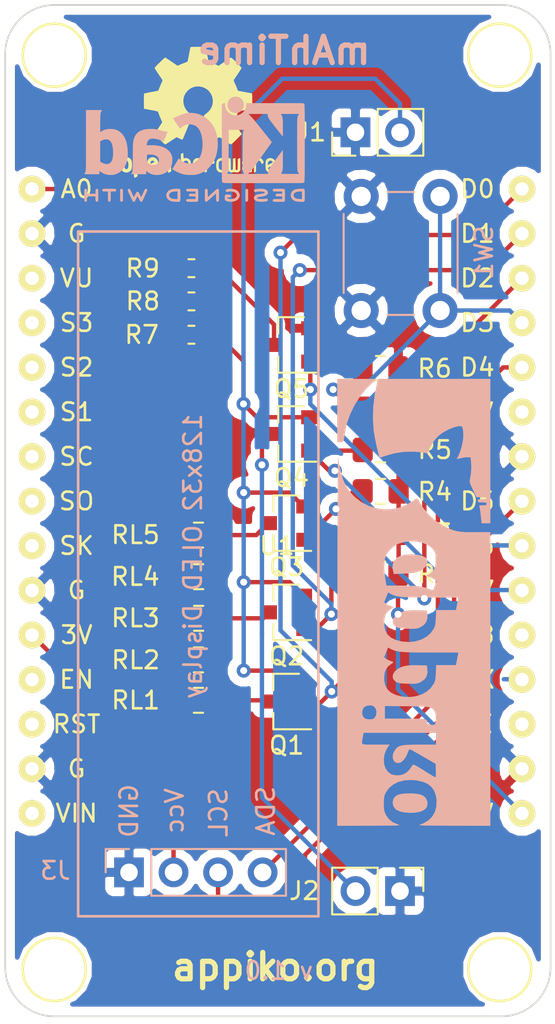
<source format=kicad_pcb>
(kicad_pcb (version 20171130) (host pcbnew "(5.0.2)-1")
  (title_block (title "Measurement of capacity of a battery") (date 2019-06-20) (company Appiko))
  (layers (0 F.Cu signal) (31 B.Cu signal) (34 B.Paste user) (35 F.Paste user) (36 B.SilkS user) (37 F.SilkS user) (38 B.Mask user) (39 F.Mask user) (44 Edge.Cuts user))
  (net 0 "")
  (net 1 /Ctrl1)
  (net 2 /Ctrl2)
  (net 3 /Ctrl3)
  (net 4 /Ctrl4)
  (net 5 GND)
  (net 6 /Vcc)
  (net 7 /Vbat)
  (net 8 "Net-(Q3-Pad3)")
  (net 9 "Net-(Q2-Pad3)")
  (net 10 "Net-(Q1-Pad3)")
  (net 11 /Vin)
  (net 12 /SW)
  (net 13 /En_VD)
  (net 14 "Net-(Q5-Pad3)")
  (net 15 /dut)
  (net 16 "Net-(RL1-Pad2)")
  (net 17 "Net-(R7-Pad2)")
  (net 18 /SCL)
  (net 19 /SDA)
  (net 20 "Net-(U1-Pad3)")
  (net 21 "Net-(U1-Pad4)")
  (net 22 "Net-(U1-Pad5)")
  (net 23 "Net-(U1-Pad6)")
  (net 24 "Net-(U1-Pad7)")
  (net 25 "Net-(U1-Pad8)")
  (net 26 "Net-(U1-Pad9)")
  (net 27 "Net-(U1-Pad12)")
  (net 28 "Net-(U1-Pad13)")
  (net 29 "Net-(U1-Pad15)")
  (net 30 "Net-(U1-Pad18)")
  (net 31 "Net-(U1-Pad19)")
  (net 32 "Net-(U1-Pad20)")
  (module lib_fp:LOGO_2 (layer B.Cu) (at 36.6 46.4 270)
    (fp_text reference G*** hide)
    (fp_text value "" hide)
  )
  (module lib_fp:128x32_OLED_Display (layer B.Cu) (at 20.36 61.8 270)
    (fp_text reference J3 (at -0.1 4.2 180) (layer B.SilkS) (effects (justify mirror)))
    (fp_text value Conn_01x04)
    (fp_text user "128x32 OLED Display" (at -18 -3.64 270) (layer B.SilkS) (effects (justify mirror)))
    (fp_text user GND (at -3.5 0 270) (layer B.SilkS) (effects (justify mirror)))
    (fp_text user Vcc (at -3.5 -2.6 270) (layer B.SilkS) (effects (justify mirror)))
    (fp_text user SCL (at -3.4 -5.1 270) (layer B.SilkS) (effects (justify mirror)))
    (fp_text user SDA (at -3.5 -7.8 270) (layer B.SilkS) (effects (justify mirror)))
    (pad 4 thru_hole oval (at 0 -7.62 270) (size 1.7 1.7) (drill 1) (layers *.Cu *.Mask) (net 19 /SDA))
    (pad 3 thru_hole oval (at 0 -5.08 270) (size 1.7 1.7) (drill 1) (layers *.Cu *.Mask) (net 18 /SCL))
    (pad 2 thru_hole oval (at 0 -2.54 270) (size 1.7 1.7) (drill 1) (layers *.Cu *.Mask) (net 6 /Vcc))
    (pad 1 thru_hole rect (at 0 0 270) (size 1.7 1.7) (drill 1) (layers *.Cu *.Mask) (net 5 GND))
  )
  (module lib_fp:NodeMCU-LoLinV3_without_border (layer F.Cu) (at 28.8 43.2)
    (fp_text reference U1 (at 0 0) (layer F.SilkS))
    (fp_text value "NodeMCU1.0(ESP-12E)")
    (fp_text user VIN (at -11.43 15.24) (layer F.SilkS))
    (fp_text user G (at -11.43 12.7) (layer F.SilkS))
    (fp_text user RST (at -11.43 10.16) (layer F.SilkS))
    (fp_text user EN (at -11.43 7.62) (layer F.SilkS))
    (fp_text user 3V (at -11.43 5.08) (layer F.SilkS))
    (fp_text user G (at -11.43 2.54) (layer F.SilkS))
    (fp_text user SK (at -11.43 0) (layer F.SilkS))
    (fp_text user SO (at -11.43 -2.54) (layer F.SilkS))
    (fp_text user SC (at -11.43 -5.08) (layer F.SilkS))
    (fp_text user S1 (at -11.43 -7.62) (layer F.SilkS))
    (fp_text user S2 (at -11.43 -10.16) (layer F.SilkS))
    (fp_text user S3 (at -11.43 -12.7) (layer F.SilkS))
    (fp_text user VU (at -11.43 -15.24) (layer F.SilkS))
    (fp_text user G (at -11.43 -17.78) (layer F.SilkS))
    (fp_text user A0 (at -11.43 -20.32) (layer F.SilkS))
    (fp_text user 3V (at 11.43 15.24) (layer F.SilkS))
    (fp_text user G (at 11.43 12.7) (layer F.SilkS))
    (fp_text user TX (at 11.43 10.16) (layer F.SilkS))
    (fp_text user RX (at 11.43 7.62) (layer F.SilkS))
    (fp_text user D8 (at 11.43 5.08) (layer F.SilkS))
    (fp_text user D7 (at 11.43 2.54) (layer F.SilkS))
    (fp_text user D6 (at 11.43 0) (layer F.SilkS))
    (fp_text user D5 (at 11.43 -2.54) (layer F.SilkS))
    (fp_text user G (at 11.43 -5.08) (layer F.SilkS))
    (fp_text user 3V (at 11.43 -7.62) (layer F.SilkS))
    (fp_text user D4 (at 11.43 -10.16) (layer F.SilkS))
    (fp_text user D3 (at 11.43 -12.7) (layer F.SilkS))
    (fp_text user D2 (at 11.43 -15.24) (layer F.SilkS))
    (fp_text user D1 (at 11.43 -17.78) (layer F.SilkS))
    (fp_text user D0 (at 11.43 -20.32) (layer F.SilkS))
    (pad 1 thru_hole circle (at -13.97 -20.32) (size 1.524 1.524) (drill 0.762) (layers *.Cu *.Mask F.SilkS) (net 11 /Vin))
    (pad 2 thru_hole circle (at -13.97 -17.78) (size 1.524 1.524) (drill 0.762) (layers *.Cu *.Mask F.SilkS) (net 5 GND))
    (pad 3 thru_hole circle (at -13.97 -15.24) (size 1.524 1.524) (drill 0.762) (layers *.Cu *.Mask F.SilkS) (net 20 "Net-(U1-Pad3)"))
    (pad 4 thru_hole circle (at -13.97 -12.7) (size 1.524 1.524) (drill 0.762) (layers *.Cu *.Mask F.SilkS) (net 21 "Net-(U1-Pad4)"))
    (pad 5 thru_hole circle (at -13.97 -10.16) (size 1.524 1.524) (drill 0.762) (layers *.Cu *.Mask F.SilkS) (net 22 "Net-(U1-Pad5)"))
    (pad 6 thru_hole circle (at -13.97 -7.62) (size 1.524 1.524) (drill 0.762) (layers *.Cu *.Mask F.SilkS) (net 23 "Net-(U1-Pad6)"))
    (pad 7 thru_hole circle (at -13.97 -5.08) (size 1.524 1.524) (drill 0.762) (layers *.Cu *.Mask F.SilkS) (net 24 "Net-(U1-Pad7)"))
    (pad 8 thru_hole circle (at -13.97 -2.54) (size 1.524 1.524) (drill 0.762) (layers *.Cu *.Mask F.SilkS) (net 25 "Net-(U1-Pad8)"))
    (pad 9 thru_hole circle (at -13.97 0) (size 1.524 1.524) (drill 0.762) (layers *.Cu *.Mask F.SilkS) (net 26 "Net-(U1-Pad9)"))
    (pad 10 thru_hole circle (at -13.97 2.54) (size 1.524 1.524) (drill 0.762) (layers *.Cu *.Mask F.SilkS) (net 5 GND))
    (pad 11 thru_hole circle (at -13.97 5.08) (size 1.524 1.524) (drill 0.762) (layers *.Cu *.Mask F.SilkS) (net 6 /Vcc))
    (pad 12 thru_hole circle (at -13.97 7.62) (size 1.524 1.524) (drill 0.762) (layers *.Cu *.Mask F.SilkS) (net 27 "Net-(U1-Pad12)"))
    (pad 13 thru_hole circle (at -13.97 10.16) (size 1.524 1.524) (drill 0.762) (layers *.Cu *.Mask F.SilkS) (net 28 "Net-(U1-Pad13)"))
    (pad 14 thru_hole circle (at -13.97 12.7) (size 1.524 1.524) (drill 0.762) (layers *.Cu *.Mask F.SilkS) (net 5 GND))
    (pad 15 thru_hole circle (at -13.97 15.24) (size 1.524 1.524) (drill 0.762) (layers *.Cu *.Mask F.SilkS) (net 29 "Net-(U1-Pad15)"))
    (pad 16 thru_hole circle (at 13.97 15.24) (size 1.524 1.524) (drill 0.762) (layers *.Cu *.Mask F.SilkS) (net 6 /Vcc))
    (pad 17 thru_hole circle (at 13.97 12.7) (size 1.524 1.524) (drill 0.762) (layers *.Cu *.Mask F.SilkS) (net 5 GND))
    (pad 18 thru_hole circle (at 13.97 10.16) (size 1.524 1.524) (drill 0.762) (layers *.Cu *.Mask F.SilkS) (net 30 "Net-(U1-Pad18)"))
    (pad 19 thru_hole circle (at 13.97 7.62) (size 1.524 1.524) (drill 0.762) (layers *.Cu *.Mask F.SilkS) (net 31 "Net-(U1-Pad19)"))
    (pad 20 thru_hole circle (at 13.97 5.08) (size 1.524 1.524) (drill 0.762) (layers *.Cu *.Mask F.SilkS) (net 32 "Net-(U1-Pad20)"))
    (pad 21 thru_hole circle (at 13.97 2.54) (size 1.524 1.524) (drill 0.762) (layers *.Cu *.Mask F.SilkS) (net 4 /Ctrl4))
    (pad 22 thru_hole circle (at 13.97 0) (size 1.524 1.524) (drill 0.762) (layers *.Cu *.Mask F.SilkS) (net 13 /En_VD))
    (pad 23 thru_hole circle (at 13.97 -2.54) (size 1.524 1.524) (drill 0.762) (layers *.Cu *.Mask F.SilkS) (net 18 /SCL))
    (pad 24 thru_hole circle (at 13.97 -5.08) (size 1.524 1.524) (drill 0.762) (layers *.Cu *.Mask F.SilkS) (net 5 GND))
    (pad 25 thru_hole circle (at 13.97 -7.62) (size 1.524 1.524) (drill 0.762) (layers *.Cu *.Mask F.SilkS) (net 6 /Vcc))
    (pad 26 thru_hole circle (at 13.97 -10.16) (size 1.524 1.524) (drill 0.762) (layers *.Cu *.Mask F.SilkS) (net 19 /SDA))
    (pad 27 thru_hole circle (at 13.97 -12.7) (size 1.524 1.524) (drill 0.762) (layers *.Cu *.Mask F.SilkS) (net 12 /SW))
    (pad 28 thru_hole circle (at 13.97 -15.24) (size 1.524 1.524) (drill 0.762) (layers *.Cu *.Mask F.SilkS) (net 3 /Ctrl3))
    (pad 29 thru_hole circle (at 13.97 -17.78) (size 1.524 1.524) (drill 0.762) (layers *.Cu *.Mask F.SilkS) (net 2 /Ctrl2))
    (pad 30 thru_hole circle (at 13.97 -20.32) (size 1.524 1.524) (drill 0.762) (layers *.Cu *.Mask F.SilkS) (net 1 /Ctrl1))
  )
  (module lib_fp:R_0805_2012Metric_Pad1.15x1.40mm_HandSolder (layer F.Cu) (at 34.7 35.4 180)
    (fp_text reference R2 (at -3.1 0.02 180) (layer F.SilkS))
    (fp_text value 1k)
    (pad 1 smd roundrect (at -1.025 0 180) (size 1.15 1.4) (layers F.Cu F.Paste F.Mask) (roundrect_rratio 0.217) (net 6 /Vcc))
    (pad 2 smd roundrect (at 1.025 0 180) (size 1.15 1.4) (layers F.Cu F.Paste F.Mask) (roundrect_rratio 0.217) (net 12 /SW))
  )
  (module lib_fp:MountingHole_3.2mm_M3_ISO7380 (layer F.Cu) (at 16.129 15.24)
    (fp_text reference H1 hide)
    (fp_text value MountingHole)
    (pad 1 np_thru_hole circle (at 0 0) (size 3.2 3.2) (drill 3.2) (layers *.Cu *.Mask))
  )
  (module lib_fp:MountingHole_3.2mm_M3_ISO7380 (layer F.Cu) (at 41.529 15.24)
    (fp_text reference H2 hide)
    (fp_text value MountingHole)
    (pad 1 np_thru_hole circle (at 0 0) (size 3.2 3.2) (drill 3.2) (layers *.Cu *.Mask))
  )
  (module lib_fp:MountingHole_3.2mm_M3_ISO7380 (layer F.Cu) (at 16.129 67.31)
    (fp_text reference H3 hide)
    (fp_text value MountingHole)
    (pad 1 np_thru_hole circle (at 0 0) (size 3.2 3.2) (drill 3.2) (layers *.Cu *.Mask))
  )
  (module lib_fp:MountingHole_3.2mm_M3_ISO7380 (layer F.Cu) (at 41.529 67.31)
    (fp_text reference H4 hide)
    (fp_text value MountingHole)
    (pad 1 np_thru_hole circle (at 0 0) (size 3.2 3.2) (drill 3.2) (layers *.Cu *.Mask))
  )
  (module Package_TO_SOT_SMD:SOT-23 (layer F.Cu) (at 29.63 31.76 180)
    (fp_text reference Q5 (at 0 -2.5 180) (layer F.SilkS))
    (fp_text value SI2302)
    (pad 3 smd rect (at 1 0 180) (size 0.9 0.8) (layers F.Cu F.Paste F.Mask) (net 14 "Net-(Q5-Pad3)"))
    (pad 2 smd rect (at -1 0.95 180) (size 0.9 0.8) (layers F.Cu F.Paste F.Mask) (net 5 GND))
    (pad 1 smd rect (at -1 -0.95 180) (size 0.9 0.8) (layers F.Cu F.Paste F.Mask) (net 13 /En_VD))
  )
  (module lib_fp:PinHeader_1x02_P2.54mm_Vertical (layer F.Cu) (at 33.274 19.65 90)
    (fp_text reference J1 (at 0 -2.54 -180) (layer F.SilkS))
    (fp_text value BATTERY)
    (pad 2 thru_hole oval (at 0 2.54 90) (size 1.7 1.7) (drill 1) (layers *.Cu *.Mask) (net 7 /Vbat))
    (pad 1 thru_hole rect (at 0 0 90) (size 1.7 1.7) (drill 1) (layers *.Cu *.Mask) (net 5 GND))
  )
  (module lib_fp:PinHeader_1x02_P2.54mm_Vertical (layer F.Cu) (at 35.814 62.865 270)
    (fp_text reference J2 (at -0.01 5.461) (layer F.SilkS))
    (fp_text value DUT)
    (pad 1 thru_hole rect (at 0 0 270) (size 1.7 1.7) (drill 1) (layers *.Cu *.Mask) (net 5 GND))
    (pad 2 thru_hole oval (at 0 2.54 270) (size 1.7 1.7) (drill 1) (layers *.Cu *.Mask) (net 15 /dut))
  )
  (module lib_fp:SOT-23 (layer F.Cu) (at 29.35 52.07 180)
    (fp_text reference Q1 (at 0 -2.5 180) (layer F.SilkS))
    (fp_text value IRLML6401TRPBF)
    (pad 1 smd rect (at -1 -0.95 180) (size 0.9 0.8) (layers F.Cu F.Paste F.Mask) (net 1 /Ctrl1))
    (pad 2 smd rect (at -1 0.95 180) (size 0.9 0.8) (layers F.Cu F.Paste F.Mask) (net 7 /Vbat))
    (pad 3 smd rect (at 1 0 180) (size 0.9 0.8) (layers F.Cu F.Paste F.Mask) (net 10 "Net-(Q1-Pad3)"))
  )
  (module lib_fp:SOT-23 (layer F.Cu) (at 29.35 46.99 180)
    (fp_text reference Q2 (at 0 -2.5 180) (layer F.SilkS))
    (fp_text value IRLML6401TRPBF)
    (pad 3 smd rect (at 1 0 180) (size 0.9 0.8) (layers F.Cu F.Paste F.Mask) (net 9 "Net-(Q2-Pad3)"))
    (pad 2 smd rect (at -1 0.95 180) (size 0.9 0.8) (layers F.Cu F.Paste F.Mask) (net 7 /Vbat))
    (pad 1 smd rect (at -1 -0.95 180) (size 0.9 0.8) (layers F.Cu F.Paste F.Mask) (net 2 /Ctrl2))
  )
  (module lib_fp:SOT-23 (layer F.Cu) (at 29.35 41.91 180)
    (fp_text reference Q3 (at 0 -2.5 180) (layer F.SilkS))
    (fp_text value IRLML6401TRPBF)
    (pad 1 smd rect (at -1 -0.95 180) (size 0.9 0.8) (layers F.Cu F.Paste F.Mask) (net 3 /Ctrl3))
    (pad 2 smd rect (at -1 0.95 180) (size 0.9 0.8) (layers F.Cu F.Paste F.Mask) (net 7 /Vbat))
    (pad 3 smd rect (at 1 0 180) (size 0.9 0.8) (layers F.Cu F.Paste F.Mask) (net 8 "Net-(Q3-Pad3)"))
  )
  (module lib_fp:SOT-23 (layer F.Cu) (at 29.63 36.83 180)
    (fp_text reference Q4 (at 0 -2.5 180) (layer F.SilkS))
    (fp_text value IRLML6401TRPBF)
    (pad 3 smd rect (at 1 0 180) (size 0.9 0.8) (layers F.Cu F.Paste F.Mask) (net 15 /dut))
    (pad 2 smd rect (at -1 0.95 180) (size 0.9 0.8) (layers F.Cu F.Paste F.Mask) (net 7 /Vbat))
    (pad 1 smd rect (at -1 -0.95 180) (size 0.9 0.8) (layers F.Cu F.Paste F.Mask) (net 4 /Ctrl4))
  )
  (module lib_fp:R_0805_2012Metric_Pad1.15x1.40mm_HandSolder (layer F.Cu) (at 34.7 44.8 180)
    (fp_text reference R1 (at -3.09 -0.02) (layer F.SilkS))
    (fp_text value 100k)
    (pad 2 smd roundrect (at 1.025 0 180) (size 1.15 1.4) (layers F.Cu F.Paste F.Mask) (roundrect_rratio 0.217) (net 1 /Ctrl1))
    (pad 1 smd roundrect (at -1.025 0 180) (size 1.15 1.4) (layers F.Cu F.Paste F.Mask) (roundrect_rratio 0.217) (net 6 /Vcc))
  )
  (module lib_fp:R_0805_2012Metric_Pad1.15x1.40mm_HandSolder (layer F.Cu) (at 34.71 42.46 180)
    (fp_text reference R3 (at -3.09 -0.02) (layer F.SilkS))
    (fp_text value 100k)
    (pad 1 smd roundrect (at -1.025 0 180) (size 1.15 1.4) (layers F.Cu F.Paste F.Mask) (roundrect_rratio 0.217) (net 6 /Vcc))
    (pad 2 smd roundrect (at 1.025 0 180) (size 1.15 1.4) (layers F.Cu F.Paste F.Mask) (roundrect_rratio 0.217) (net 2 /Ctrl2))
  )
  (module lib_fp:R_0805_2012Metric_Pad1.15x1.40mm_HandSolder (layer F.Cu) (at 34.71 40.1 180)
    (fp_text reference R4 (at -3.09 -0.02) (layer F.SilkS))
    (fp_text value 100k)
    (pad 2 smd roundrect (at 1.025 0 180) (size 1.15 1.4) (layers F.Cu F.Paste F.Mask) (roundrect_rratio 0.217) (net 3 /Ctrl3))
    (pad 1 smd roundrect (at -1.025 0 180) (size 1.15 1.4) (layers F.Cu F.Paste F.Mask) (roundrect_rratio 0.217) (net 6 /Vcc))
  )
  (module lib_fp:R_0805_2012Metric_Pad1.15x1.40mm_HandSolder (layer F.Cu) (at 34.71 37.74 180)
    (fp_text reference R5 (at -3.09 0) (layer F.SilkS))
    (fp_text value 100k)
    (pad 1 smd roundrect (at -1.025 0 180) (size 1.15 1.4) (layers F.Cu F.Paste F.Mask) (roundrect_rratio 0.217) (net 6 /Vcc))
    (pad 2 smd roundrect (at 1.025 0 180) (size 1.15 1.4) (layers F.Cu F.Paste F.Mask) (roundrect_rratio 0.217) (net 4 /Ctrl4))
  )
  (module lib_fp:R_0805_2012Metric_Pad1.15x1.40mm_HandSolder (layer F.Cu) (at 34.7 33.1 180)
    (fp_text reference R6 (at -3.09 0 180) (layer F.SilkS))
    (fp_text value 10k)
    (pad 1 smd roundrect (at -1.025 0 180) (size 1.15 1.4) (layers F.Cu F.Paste F.Mask) (roundrect_rratio 0.217) (net 5 GND))
    (pad 2 smd roundrect (at 1.025 0 180) (size 1.15 1.4) (layers F.Cu F.Paste F.Mask) (roundrect_rratio 0.217) (net 13 /En_VD))
  )
  (module lib_fp:R_0603_1608Metric_Pad1.05x0.95mm_HandSolder (layer F.Cu) (at 23.92 31.18 180)
    (fp_text reference R7 (at 2.83 0 180) (layer F.SilkS))
    (fp_text value 30k)
    (pad 1 smd roundrect (at -0.875 0 180) (size 1.05 0.95) (layers F.Cu F.Paste F.Mask) (net 7 /Vbat))
    (pad 2 smd roundrect (at 0.875 0 180) (size 1.05 0.95) (layers F.Cu F.Paste F.Mask) (net 17 "Net-(R7-Pad2)"))
  )
  (module lib_fp:R_0603_1608Metric_Pad1.05x0.95mm_HandSolder (layer F.Cu) (at 23.92 29.28 180)
    (fp_text reference R8 (at 2.77 0.01 180) (layer F.SilkS))
    (fp_text value 30k)
    (pad 1 smd roundrect (at -0.875 0 180) (size 1.05 0.95) (layers F.Cu F.Paste F.Mask) (net 17 "Net-(R7-Pad2)"))
    (pad 2 smd roundrect (at 0.875 0 180) (size 1.05 0.95) (layers F.Cu F.Paste F.Mask) (net 11 /Vin))
  )
  (module lib_fp:R_0603_1608Metric_Pad1.05x0.95mm_HandSolder (layer F.Cu) (at 23.92 27.39)
    (fp_text reference R9 (at -2.78 0.01) (layer F.SilkS))
    (fp_text value 30k)
    (pad 2 smd roundrect (at 0.875 0) (size 1.05 0.95) (layers F.Cu F.Paste F.Mask) (net 14 "Net-(Q5-Pad3)"))
    (pad 1 smd roundrect (at -0.875 0) (size 1.05 0.95) (layers F.Cu F.Paste F.Mask) (net 11 /Vin))
  )
  (module lib_fp:R_0805_2012Metric_Pad1.15x1.40mm_HandSolder (layer F.Cu) (at 24.32 52 180)
    (fp_text reference RL1 (at 3.58 0 180) (layer F.SilkS))
    (fp_text value 232)
    (pad 1 smd roundrect (at -1.025 0 180) (size 1.15 1.4) (layers F.Cu F.Paste F.Mask) (roundrect_rratio 0.217) (net 10 "Net-(Q1-Pad3)"))
    (pad 2 smd roundrect (at 1.025 0 180) (size 1.15 1.4) (layers F.Cu F.Paste F.Mask) (roundrect_rratio 0.217) (net 16 "Net-(RL1-Pad2)"))
  )
  (module lib_fp:R_0805_2012Metric_Pad1.15x1.40mm_HandSolder (layer F.Cu) (at 24.32 49.7 180)
    (fp_text reference RL2 (at 3.58 -0.01 180) (layer F.SilkS))
    (fp_text value 232)
    (pad 1 smd roundrect (at -1.025 0 180) (size 1.15 1.4) (layers F.Cu F.Paste F.Mask) (roundrect_rratio 0.217) (net 16 "Net-(RL1-Pad2)"))
    (pad 2 smd roundrect (at 1.025 0 180) (size 1.15 1.4) (layers F.Cu F.Paste F.Mask) (roundrect_rratio 0.217) (net 5 GND))
  )
  (module lib_fp:R_0805_2012Metric_Pad1.15x1.40mm_HandSolder (layer F.Cu) (at 24.33 47.33 180)
    (fp_text reference RL3 (at 3.6 0.01 180) (layer F.SilkS))
    (fp_text value 232)
    (pad 2 smd roundrect (at 1.025 0 180) (size 1.15 1.4) (layers F.Cu F.Paste F.Mask) (roundrect_rratio 0.217) (net 5 GND))
    (pad 1 smd roundrect (at -1.025 0 180) (size 1.15 1.4) (layers F.Cu F.Paste F.Mask) (roundrect_rratio 0.217) (net 9 "Net-(Q2-Pad3)"))
  )
  (module lib_fp:R_0805_2012Metric_Pad1.15x1.40mm_HandSolder (layer F.Cu) (at 24.33 44.96 180)
    (fp_text reference RL4 (at 3.61 0 180) (layer F.SilkS))
    (fp_text value 232)
    (pad 2 smd roundrect (at 1.025 0 180) (size 1.15 1.4) (layers F.Cu F.Paste F.Mask) (roundrect_rratio 0.217) (net 5 GND))
    (pad 1 smd roundrect (at -1.025 0 180) (size 1.15 1.4) (layers F.Cu F.Paste F.Mask) (roundrect_rratio 0.217) (net 8 "Net-(Q3-Pad3)"))
  )
  (module lib_fp:R_0805_2012Metric_Pad1.15x1.40mm_HandSolder (layer F.Cu) (at 24.32 42.59 180)
    (fp_text reference RL5 (at 3.59 0.01 180) (layer F.SilkS))
    (fp_text value 232)
    (pad 1 smd roundrect (at -1.025 0 180) (size 1.15 1.4) (layers F.Cu F.Paste F.Mask) (roundrect_rratio 0.217) (net 8 "Net-(Q3-Pad3)"))
    (pad 2 smd roundrect (at 1.025 0 180) (size 1.15 1.4) (layers F.Cu F.Paste F.Mask) (roundrect_rratio 0.217) (net 5 GND))
  )
  (module lib_fp:SW_PUSH_6mm (layer B.Cu) (at 38.1 29.8 90)
    (fp_text reference SW1 (at 3.3 2.5 270) (layer B.SilkS) (effects (justify mirror)))
    (fp_text value SW_Push)
    (pad 1 thru_hole circle (at 6.5 0) (size 2 2) (drill 1.1) (layers *.Cu *.Mask) (net 12 /SW))
    (pad 2 thru_hole circle (at 6.5 -4.5) (size 2 2) (drill 1.1) (layers *.Cu *.Mask) (net 5 GND))
    (pad 1 thru_hole circle (at 0 0) (size 2 2) (drill 1.1) (layers *.Cu *.Mask) (net 12 /SW))
    (pad 2 thru_hole circle (at 0 -4.5) (size 2 2) (drill 1.1) (layers *.Cu *.Mask) (net 5 GND))
  )
  (module Symbol:KiCad-Logo2_5mm_SilkScreen (layer B.Cu) (at 24.1 20.6 180)
    (fp_text reference "" hide)
    (fp_text value KiCad-Logo2_5mm_SilkScreen hide)
  )
  (module Symbol:OSHW-Logo2_9.8x8mm_SilkScreen (layer F.Cu) (at 24.3 18.5)
    (fp_text reference "" hide)
    (fp_text value OSHW-Logo2_9.8x8mm_SilkScreen hide)
  )
  (gr_text mAhTime (at 29.2 15) (layer B.SilkS) (effects (font (size 1.5 1.5) (thickness 0.3)) (justify mirror)))
  (gr_text appiko.org (at 28.702 67.183) (layer F.SilkS) (effects (font (size 1.5 1.5) (thickness 0.3))))
  (gr_text "v 1.0" (at 28.9 67.4) (layer B.SilkS) (effects (font (size 1 1)) (justify mirror)))
  (gr_arc (start 16.1 67.2) (end 13.3 67.2) (angle -90) (layer Edge.Cuts) (width 0.1))
  (gr_arc (start 41.6 67.2) (end 41.6 70) (angle -87.95459151) (layer Edge.Cuts) (width 0.1))
  (gr_arc (start 41.6 15.2) (end 44.4 15.2) (angle -90) (layer Edge.Cuts) (width 0.1))
  (gr_arc (start 16.1 15.2) (end 16.1 12.4) (angle -90) (layer Edge.Cuts) (width 0.1))
  (gr_line (start 13.3 67.2) (end 13.3 15.2) (layer Edge.Cuts) (width 0.1))
  (gr_line (start 41.6 70) (end 16.1 70) (layer Edge.Cuts) (width 0.1))
  (gr_line (start 44.4 15.2) (end 44.4 67.3) (layer Edge.Cuts) (width 0.1))
  (gr_line (start 16.1 12.4) (end 41.6 12.4) (layer Edge.Cuts) (width 0.1))
  (segment (start 30.4 53.02) (end 30.35 53.02) (width 0.25) (layer F.Cu) (net 1))
  (segment (start 33.675 44.8) (end 33.675 49.745) (width 0.25) (layer F.Cu) (net 1))
  (segment (start 33.675 49.745) (end 31.92 51.5) (width 0.25) (layer F.Cu) (net 1))
  (segment (start 31.92 51.5) (end 30.4 53.02) (width 0.25) (layer F.Cu) (net 1))
  (via (at 31.92 51.5) (size 0.8) (drill 0.4) (layers F.Cu B.Cu) (net 1))
  (via (at 29 26.5) (size 0.8) (drill 0.4) (layers F.Cu B.Cu) (net 1))
  (segment (start 31.92 50.934315) (end 31.92 51.5) (width 0.25) (layer B.Cu) (net 1))
  (segment (start 29 26.5) (end 29 48.014315) (width 0.25) (layer B.Cu) (net 1))
  (segment (start 29 48.014315) (end 31.92 50.934315) (width 0.25) (layer B.Cu) (net 1))
  (segment (start 29 26.5) (end 30 25.5) (width 0.25) (layer F.Cu) (net 1))
  (segment (start 40.15 25.5) (end 42.77 22.88) (width 0.25) (layer F.Cu) (net 1))
  (segment (start 30 25.5) (end 40.15 25.5) (width 0.25) (layer F.Cu) (net 1))
  (segment (start 31.05 47.94) (end 31.9 47.09) (width 0.25) (layer F.Cu) (net 2))
  (segment (start 30.35 47.94) (end 31.05 47.94) (width 0.25) (layer F.Cu) (net 2))
  (segment (start 31.9 44.245) (end 33.685 42.46) (width 0.25) (layer F.Cu) (net 2))
  (segment (start 31.9 47.09) (end 31.9 44.245) (width 0.25) (layer F.Cu) (net 2))
  (segment (start 31.9 47.09) (end 31.9 47.09) (width 0.25) (layer F.Cu) (net 2))
  (via (at 30.1 27.5) (size 0.8) (drill 0.4) (layers F.Cu B.Cu) (net 2))
  (segment (start 31.9 47.09) (end 31.9 47.09) (width 0.25) (layer F.Cu) (net 2))
  (via (at 31.9 47.09) (size 0.8) (drill 0.4) (layers F.Cu B.Cu) (net 2))
  (segment (start 29.700001 27.899999) (end 30.1 27.5) (width 0.25) (layer B.Cu) (net 2))
  (segment (start 29.700001 44.324316) (end 29.700001 27.899999) (width 0.25) (layer B.Cu) (net 2))
  (segment (start 31.9 46.524315) (end 29.700001 44.324316) (width 0.25) (layer B.Cu) (net 2))
  (segment (start 31.9 47.09) (end 31.9 46.524315) (width 0.25) (layer B.Cu) (net 2))
  (segment (start 40.69 27.5) (end 41.59 26.6) (width 0.25) (layer F.Cu) (net 2))
  (segment (start 30.1 27.5) (end 40.69 27.5) (width 0.25) (layer F.Cu) (net 2))
  (segment (start 42.77 25.42) (end 41.59 26.6) (width 0.25) (layer F.Cu) (net 2))
  (segment (start 41.59 26.6) (end 41.39 26.8) (width 0.25) (layer F.Cu) (net 2))
  (segment (start 33.16 40.1) (end 33.685 40.1) (width 0.25) (layer F.Cu) (net 3))
  (segment (start 30.4 42.86) (end 32.16 41.1) (width 0.25) (layer F.Cu) (net 3))
  (segment (start 30.35 42.86) (end 30.4 42.86) (width 0.25) (layer F.Cu) (net 3))
  (segment (start 42.77 27.96) (end 37.2 33.53) (width 0.25) (layer F.Cu) (net 3))
  (segment (start 37.2 33.53) (end 37.2 46.2) (width 0.25) (layer F.Cu) (net 3))
  (segment (start 32.16 41.1) (end 33.16 40.1) (width 0.25) (layer F.Cu) (net 3))
  (via (at 32.16 41.1) (size 0.8) (drill 0.4) (layers F.Cu B.Cu) (net 3))
  (segment (start 37.2 46.2) (end 37.2 46.2) (width 0.25) (layer F.Cu) (net 3))
  (via (at 37.2 46.2) (size 0.8) (drill 0.4) (layers F.Cu B.Cu) (net 3))
  (segment (start 37.2 46.14) (end 37.2 46.2) (width 0.25) (layer B.Cu) (net 3))
  (segment (start 32.16 41.1) (end 37.2 46.14) (width 0.25) (layer B.Cu) (net 3))
  (segment (start 33.645 37.78) (end 33.685 37.74) (width 0.25) (layer F.Cu) (net 4))
  (segment (start 30.63 37.78) (end 33.645 37.78) (width 0.25) (layer F.Cu) (net 4))
  (segment (start 31.79 38.93) (end 31.78 38.93) (width 0.25) (layer F.Cu) (net 4))
  (segment (start 31.78 38.93) (end 30.63 37.78) (width 0.25) (layer F.Cu) (net 4))
  (segment (start 32.1 38.93) (end 31.78 38.93) (width 0.25) (layer F.Cu) (net 4))
  (segment (start 32.1 38.93) (end 38.89 45.72) (width 0.25) (layer B.Cu) (net 4))
  (segment (start 38.89 45.72) (end 42.81 45.72) (width 0.25) (layer B.Cu) (net 4))
  (via (at 32.1 38.93) (size 0.8) (drill 0.4) (layers F.Cu B.Cu) (net 4))
  (segment (start 35.735 37.74) (end 35.735 40.1) (width 0.25) (layer F.Cu) (net 6))
  (segment (start 35.735 40.1) (end 35.735 42.46) (width 0.25) (layer F.Cu) (net 6))
  (segment (start 35.735 44.79) (end 35.725 44.8) (width 0.25) (layer F.Cu) (net 6))
  (segment (start 35.735 42.46) (end 35.735 44.79) (width 0.25) (layer F.Cu) (net 6))
  (segment (start 35.735 35.41) (end 35.725 35.4) (width 0.25) (layer F.Cu) (net 6))
  (segment (start 35.735 37.74) (end 35.735 35.41) (width 0.25) (layer F.Cu) (net 6))
  (segment (start 42.59 35.4) (end 42.77 35.58) (width 0.25) (layer F.Cu) (net 6))
  (segment (start 22.9 56.35) (end 22.9 61.8) (width 0.25) (layer F.Cu) (net 6))
  (segment (start 14.83 48.28) (end 22.9 56.35) (width 0.25) (layer F.Cu) (net 6))
  (segment (start 35.725 45.6) (end 35.7 45.625) (width 0.25) (layer F.Cu) (net 6))
  (segment (start 35.725 44.8) (end 35.725 45.6) (width 0.25) (layer F.Cu) (net 6))
  (segment (start 35.7 45.625) (end 35.7 47.1) (width 0.25) (layer F.Cu) (net 6))
  (segment (start 35.7 47.1) (end 35.7 47.1) (width 0.25) (layer F.Cu) (net 6))
  (via (at 35.7 47.1) (size 0.8) (drill 0.4) (layers F.Cu B.Cu) (net 6))
  (segment (start 35.7 51.37) (end 42.77 58.44) (width 0.25) (layer B.Cu) (net 6))
  (segment (start 35.7 47.1) (end 35.7 51.37) (width 0.25) (layer B.Cu) (net 6))
  (via (at 26.9 40.17) (size 0.8) (drill 0.4) (layers F.Cu B.Cu) (net 7))
  (via (at 26.9 45.27) (size 0.8) (drill 0.4) (layers F.Cu B.Cu) (net 7))
  (via (at 26.9 50.31) (size 0.8) (drill 0.4) (layers F.Cu B.Cu) (net 7))
  (segment (start 29.28 35.88) (end 30.63 35.88) (width 0.25) (layer F.Cu) (net 7))
  (segment (start 26.89 35.12) (end 27.65 35.88) (width 0.25) (layer F.Cu) (net 7))
  (segment (start 27.65 35.88) (end 29.28 35.88) (width 0.25) (layer F.Cu) (net 7))
  (segment (start 29.53 45.27) (end 26.9 45.27) (width 0.25) (layer F.Cu) (net 7))
  (segment (start 30.35 46.04) (end 30.3 46.04) (width 0.25) (layer F.Cu) (net 7))
  (segment (start 30.3 46.04) (end 29.53 45.27) (width 0.25) (layer F.Cu) (net 7))
  (segment (start 30.3 40.96) (end 29.51 40.17) (width 0.25) (layer F.Cu) (net 7))
  (segment (start 30.35 40.96) (end 30.3 40.96) (width 0.25) (layer F.Cu) (net 7))
  (segment (start 29.51 40.17) (end 26.9 40.17) (width 0.25) (layer F.Cu) (net 7))
  (segment (start 30.3 51.12) (end 29.49 50.31) (width 0.25) (layer F.Cu) (net 7))
  (segment (start 30.35 51.12) (end 30.3 51.12) (width 0.25) (layer F.Cu) (net 7))
  (segment (start 29.49 50.31) (end 26.9 50.31) (width 0.25) (layer F.Cu) (net 7))
  (segment (start 26.89 40.16) (end 26.9 40.17) (width 0.25) (layer B.Cu) (net 7))
  (segment (start 26.89 35.12) (end 26.89 40.16) (width 0.25) (layer B.Cu) (net 7))
  (segment (start 26.9 40.735685) (end 26.9 45.27) (width 0.25) (layer B.Cu) (net 7))
  (segment (start 26.9 40.17) (end 26.9 40.735685) (width 0.25) (layer B.Cu) (net 7))
  (segment (start 26.9 45.835685) (end 26.9 50.31) (width 0.25) (layer B.Cu) (net 7))
  (segment (start 26.9 45.27) (end 26.9 45.835685) (width 0.25) (layer B.Cu) (net 7))
  (segment (start 26.89 34.554315) (end 26.89 35.12) (width 0.25) (layer F.Cu) (net 7))
  (segment (start 25.42 31.21) (end 26.89 32.68) (width 0.25) (layer F.Cu) (net 7))
  (segment (start 26.89 32.68) (end 26.89 34.554315) (width 0.25) (layer F.Cu) (net 7))
  (via (at 26.89 35.12) (size 0.8) (drill 0.4) (layers F.Cu B.Cu) (net 7))
  (segment (start 24.795 31.21) (end 25.42 31.21) (width 0.25) (layer F.Cu) (net 7))
  (segment (start 35.814 18.014) (end 35.814 19.65) (width 0.25) (layer B.Cu) (net 7))
  (segment (start 34.4 16.6) (end 35.814 18.014) (width 0.25) (layer B.Cu) (net 7))
  (segment (start 29.1 16.6) (end 34.4 16.6) (width 0.25) (layer B.Cu) (net 7))
  (segment (start 26.89 35.12) (end 26.89 18.81) (width 0.25) (layer B.Cu) (net 7))
  (segment (start 26.89 18.81) (end 29.1 16.6) (width 0.25) (layer B.Cu) (net 7))
  (segment (start 25.345 44.95) (end 25.355 44.96) (width 0.25) (layer F.Cu) (net 8))
  (segment (start 25.345 42.59) (end 25.345 44.95) (width 0.25) (layer F.Cu) (net 8))
  (segment (start 28.3 41.91) (end 28.35 41.91) (width 0.25) (layer F.Cu) (net 8))
  (segment (start 25.345 42.59) (end 27.62 42.59) (width 0.25) (layer F.Cu) (net 8))
  (segment (start 27.62 42.59) (end 28.3 41.91) (width 0.25) (layer F.Cu) (net 8))
  (segment (start 28.01 47.33) (end 28.35 46.99) (width 0.25) (layer F.Cu) (net 9))
  (segment (start 25.565 47.33) (end 28.01 47.33) (width 0.25) (layer F.Cu) (net 9))
  (segment (start 28.28 52) (end 28.35 52.07) (width 0.25) (layer F.Cu) (net 10))
  (segment (start 25.555 52) (end 28.28 52) (width 0.25) (layer F.Cu) (net 10))
  (segment (start 23.045 27.39) (end 23.045 29.28) (width 0.25) (layer F.Cu) (net 11))
  (segment (start 22.89 27.39) (end 23.045 27.39) (width 0.25) (layer F.Cu) (net 11))
  (segment (start 14.83 22.88) (end 18.38 22.88) (width 0.25) (layer F.Cu) (net 11))
  (segment (start 18.38 22.88) (end 22.89 27.39) (width 0.25) (layer F.Cu) (net 11))
  (via (at 32 34.3) (size 0.8) (drill 0.4) (layers F.Cu B.Cu) (net 12))
  (segment (start 38.1 24.714213) (end 38.1 29.8) (width 0.25) (layer B.Cu) (net 12))
  (segment (start 38.1 23.3) (end 38.1 24.714213) (width 0.25) (layer B.Cu) (net 12))
  (segment (start 42.07 29.8) (end 42.77 30.5) (width 0.25) (layer B.Cu) (net 12))
  (segment (start 38.1 29.8) (end 42.07 29.8) (width 0.25) (layer B.Cu) (net 12))
  (segment (start 33.1 35.4) (end 32 34.3) (width 0.25) (layer F.Cu) (net 12))
  (segment (start 33.675 35.4) (end 33.1 35.4) (width 0.25) (layer F.Cu) (net 12))
  (segment (start 33.6 34.3) (end 38.1 29.8) (width 0.25) (layer B.Cu) (net 12))
  (segment (start 32 34.3) (end 33.6 34.3) (width 0.25) (layer B.Cu) (net 12))
  (segment (start 41.73237 43.18) (end 42.81 43.18) (width 0.25) (layer B.Cu) (net 13))
  (via (at 30.7 34.3) (size 0.8) (drill 0.4) (layers F.Cu B.Cu) (net 13))
  (segment (start 30.7 34.3) (end 30.7 32.77) (width 0.25) (layer F.Cu) (net 13))
  (segment (start 30.7 34.3) (end 30.7 35.127002) (width 0.25) (layer B.Cu) (net 13))
  (segment (start 30.7 35.127002) (end 38.752998 43.18) (width 0.25) (layer B.Cu) (net 13))
  (segment (start 38.752998 43.18) (end 41.73237 43.18) (width 0.25) (layer B.Cu) (net 13))
  (segment (start 31.02 33.1) (end 30.63 32.71) (width 0.25) (layer F.Cu) (net 13))
  (segment (start 33.675 33.1) (end 31.02 33.1) (width 0.25) (layer F.Cu) (net 13))
  (segment (start 28.63 31.11) (end 28.63 31.76) (width 0.25) (layer F.Cu) (net 14))
  (segment (start 28.63 30.6) (end 28.63 31.11) (width 0.25) (layer F.Cu) (net 14))
  (segment (start 25.42 27.39) (end 28.63 30.6) (width 0.25) (layer F.Cu) (net 14))
  (segment (start 24.795 27.39) (end 25.42 27.39) (width 0.25) (layer F.Cu) (net 14))
  (via (at 27.94 38.59) (size 0.8) (drill 0.4) (layers F.Cu B.Cu) (net 15))
  (segment (start 27.94 38.59) (end 27.94 48.133) (width 0.25) (layer B.Cu) (net 15))
  (segment (start 27.94 38.59) (end 27.94 37.52) (width 0.25) (layer F.Cu) (net 15))
  (segment (start 27.94 37.52) (end 28.63 36.83) (width 0.25) (layer F.Cu) (net 15))
  (segment (start 27.94 48.133) (end 27.94 48.26) (width 0.25) (layer B.Cu) (net 15))
  (segment (start 27.94 57.531) (end 33.274 62.865) (width 0.25) (layer B.Cu) (net 15))
  (segment (start 27.94 48.133) (end 27.94 57.531) (width 0.25) (layer B.Cu) (net 15))
  (segment (start 25.345 49.95) (end 25.345 49.7) (width 0.25) (layer F.Cu) (net 16))
  (segment (start 23.295 52) (end 25.345 49.95) (width 0.25) (layer F.Cu) (net 16))
  (segment (start 23.045 31.03) (end 23.045 31.18) (width 0.25) (layer F.Cu) (net 17))
  (segment (start 24.795 29.28) (end 23.045 31.03) (width 0.25) (layer F.Cu) (net 17))
  (segment (start 38.9 44.53) (end 42.77 40.66) (width 0.25) (layer F.Cu) (net 18))
  (segment (start 38.9 52.3) (end 38.9 44.53) (width 0.25) (layer F.Cu) (net 18))
  (segment (start 25.44 63.24) (end 26.4 64.2) (width 0.25) (layer F.Cu) (net 18))
  (segment (start 25.44 61.8) (end 25.44 63.24) (width 0.25) (layer F.Cu) (net 18))
  (segment (start 26.4 64.2) (end 29.3 64.2) (width 0.25) (layer F.Cu) (net 18))
  (segment (start 29.3 64.2) (end 30.4 63.1) (width 0.25) (layer F.Cu) (net 18))
  (segment (start 30.4 63.1) (end 30.4 60.8) (width 0.25) (layer F.Cu) (net 18))
  (segment (start 30.4 60.8) (end 38.9 52.3) (width 0.25) (layer F.Cu) (net 18))
  (segment (start 28.829999 60.950001) (end 27.98 61.8) (width 0.25) (layer F.Cu) (net 19))
  (segment (start 37.975001 51.804999) (end 28.829999 60.950001) (width 0.25) (layer F.Cu) (net 19))
  (segment (start 37.975001 36.757369) (end 37.975001 51.804999) (width 0.25) (layer F.Cu) (net 19))
  (segment (start 41.69237 33.04) (end 37.975001 36.757369) (width 0.25) (layer F.Cu) (net 19))
  (segment (start 42.77 33.04) (end 41.69237 33.04) (width 0.25) (layer F.Cu) (net 19))
  (segment (start 42.49 53.02) (end 42.81 53.34) (width 0.25) (layer F.Cu) (net 30))
  (segment (start 41.73237 50.8) (end 42.81 50.8) (width 0.25) (layer B.Cu) (net 31))
  (zone (net 5) (net_name GND) (layer B.Cu) (connect_pads (clearance 0.508)) (min_thickness 0.254) (fill yes (arc_segments 16) (thermal_gap 0.508) (thermal_bridge_width 0.508))
    (polygon (pts (xy 13.3 12.4) (xy 44.4 12.4) (xy 44.4 70) (xy 13.3 70)))
  )
  (zone (net 5) (net_name GND) (layer F.Cu) (connect_pads (clearance 0.508)) (min_thickness 0.254) (fill yes (arc_segments 16) (thermal_gap 0.508) (thermal_bridge_width 0.508))
    (polygon (pts (xy 13.3 12.4) (xy 44.4 12.4) (xy 44.4 70) (xy 13.3 70)))
  )
)
</source>
